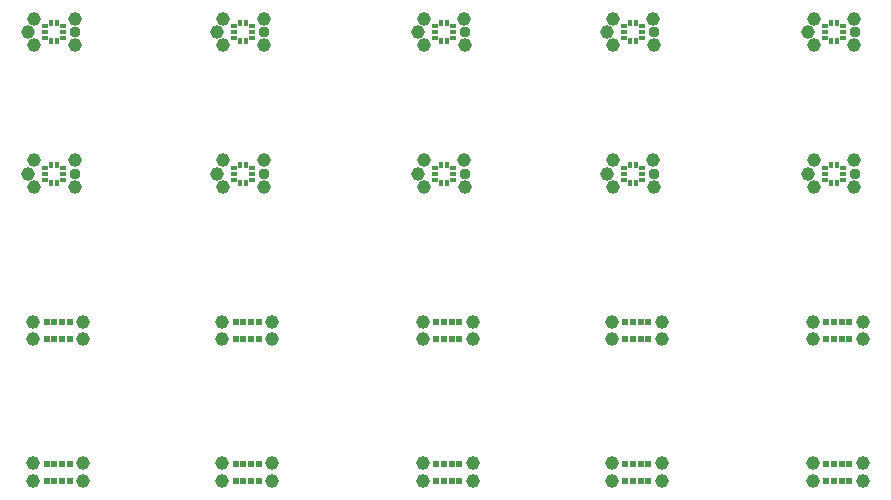
<source format=gts>
G75*
%MOIN*%
%OFA0B0*%
%FSLAX25Y25*%
%IPPOS*%
%LPD*%
%AMOC8*
5,1,8,0,0,1.08239X$1,22.5*
%
%ADD10C,0.04572*%
%ADD11R,0.02375X0.02375*%
%ADD12R,0.01784X0.01883*%
%ADD13R,0.01883X0.01784*%
%ADD14C,0.03778*%
D10*
X0043623Y0044056D03*
X0043623Y0049977D03*
X0060221Y0049977D03*
X0060221Y0044056D03*
X0106615Y0044056D03*
X0106615Y0049977D03*
X0123213Y0049977D03*
X0123213Y0044056D03*
X0173544Y0044056D03*
X0173544Y0049977D03*
X0190143Y0049977D03*
X0190143Y0044056D03*
X0236536Y0044056D03*
X0236536Y0049977D03*
X0253135Y0049977D03*
X0253135Y0044056D03*
X0303465Y0044056D03*
X0303465Y0049977D03*
X0320064Y0049977D03*
X0320064Y0044056D03*
X0320064Y0091300D03*
X0320064Y0097221D03*
X0303465Y0097221D03*
X0303465Y0091300D03*
X0253135Y0091300D03*
X0253135Y0097221D03*
X0236536Y0097221D03*
X0236536Y0091300D03*
X0190143Y0091300D03*
X0190143Y0097221D03*
X0173544Y0097221D03*
X0173544Y0091300D03*
X0123213Y0091300D03*
X0123213Y0097221D03*
X0106615Y0097221D03*
X0106615Y0091300D03*
X0060221Y0091300D03*
X0060221Y0097221D03*
X0043623Y0097221D03*
X0043623Y0091300D03*
X0043820Y0142186D03*
X0041851Y0146576D03*
X0043938Y0151024D03*
X0057402Y0151024D03*
X0057442Y0142206D03*
X0104843Y0146576D03*
X0106812Y0142186D03*
X0106930Y0151024D03*
X0120394Y0151024D03*
X0120434Y0142206D03*
X0171772Y0146576D03*
X0173741Y0142186D03*
X0173859Y0151024D03*
X0187324Y0151024D03*
X0187363Y0142206D03*
X0234765Y0146576D03*
X0236733Y0142186D03*
X0236851Y0151024D03*
X0250316Y0151024D03*
X0250355Y0142206D03*
X0301694Y0146576D03*
X0303662Y0142186D03*
X0317284Y0142206D03*
X0317245Y0151024D03*
X0303780Y0151024D03*
X0303662Y0189430D03*
X0301694Y0193820D03*
X0303780Y0198269D03*
X0317245Y0198269D03*
X0317284Y0189450D03*
X0250355Y0189450D03*
X0250316Y0198269D03*
X0236851Y0198269D03*
X0234765Y0193820D03*
X0236733Y0189430D03*
X0187363Y0189450D03*
X0187324Y0198269D03*
X0173859Y0198269D03*
X0171772Y0193820D03*
X0173741Y0189430D03*
X0120434Y0189450D03*
X0120394Y0198269D03*
X0106930Y0198269D03*
X0104843Y0193820D03*
X0106812Y0189430D03*
X0057442Y0189450D03*
X0057402Y0198269D03*
X0043938Y0198269D03*
X0041851Y0193820D03*
X0043820Y0189430D03*
D11*
X0048052Y0097068D03*
X0050611Y0097068D03*
X0053170Y0097068D03*
X0055729Y0097068D03*
X0055729Y0091359D03*
X0053170Y0091359D03*
X0050611Y0091359D03*
X0048052Y0091359D03*
X0048052Y0049824D03*
X0050611Y0049824D03*
X0053170Y0049824D03*
X0055729Y0049824D03*
X0055729Y0044115D03*
X0053170Y0044115D03*
X0050611Y0044115D03*
X0048052Y0044115D03*
X0111044Y0044115D03*
X0113603Y0044115D03*
X0116162Y0044115D03*
X0118721Y0044115D03*
X0118721Y0049824D03*
X0116162Y0049824D03*
X0113603Y0049824D03*
X0111044Y0049824D03*
X0111044Y0091359D03*
X0113603Y0091359D03*
X0116162Y0091359D03*
X0118721Y0091359D03*
X0118721Y0097068D03*
X0116162Y0097068D03*
X0113603Y0097068D03*
X0111044Y0097068D03*
X0177973Y0097068D03*
X0180532Y0097068D03*
X0183091Y0097068D03*
X0185650Y0097068D03*
X0185650Y0091359D03*
X0183091Y0091359D03*
X0180532Y0091359D03*
X0177973Y0091359D03*
X0177973Y0049824D03*
X0180532Y0049824D03*
X0183091Y0049824D03*
X0185650Y0049824D03*
X0185650Y0044115D03*
X0183091Y0044115D03*
X0180532Y0044115D03*
X0177973Y0044115D03*
X0240965Y0044115D03*
X0243524Y0044115D03*
X0246083Y0044115D03*
X0248643Y0044115D03*
X0248643Y0049824D03*
X0246083Y0049824D03*
X0243524Y0049824D03*
X0240965Y0049824D03*
X0240965Y0091359D03*
X0243524Y0091359D03*
X0246083Y0091359D03*
X0248643Y0091359D03*
X0248643Y0097068D03*
X0246083Y0097068D03*
X0243524Y0097068D03*
X0240965Y0097068D03*
X0307894Y0097068D03*
X0310454Y0097068D03*
X0313013Y0097068D03*
X0315572Y0097068D03*
X0315572Y0091359D03*
X0313013Y0091359D03*
X0310454Y0091359D03*
X0307894Y0091359D03*
X0307894Y0049824D03*
X0310454Y0049824D03*
X0313013Y0049824D03*
X0315572Y0049824D03*
X0315572Y0044115D03*
X0313013Y0044115D03*
X0310454Y0044115D03*
X0307894Y0044115D03*
D12*
X0309371Y0143574D03*
X0311339Y0143574D03*
X0311339Y0149578D03*
X0309371Y0149578D03*
X0309371Y0190818D03*
X0311339Y0190818D03*
X0311339Y0196822D03*
X0309371Y0196822D03*
X0244410Y0196822D03*
X0242442Y0196822D03*
X0242442Y0190818D03*
X0244410Y0190818D03*
X0244410Y0149578D03*
X0242442Y0149578D03*
X0242442Y0143574D03*
X0244410Y0143574D03*
X0181418Y0143574D03*
X0179450Y0143574D03*
X0179450Y0149578D03*
X0181418Y0149578D03*
X0181418Y0190818D03*
X0179450Y0190818D03*
X0179450Y0196822D03*
X0181418Y0196822D03*
X0114489Y0196822D03*
X0112520Y0196822D03*
X0112520Y0190818D03*
X0114489Y0190818D03*
X0114489Y0149578D03*
X0112520Y0149578D03*
X0112520Y0143574D03*
X0114489Y0143574D03*
X0051497Y0143574D03*
X0049528Y0143574D03*
X0049528Y0149578D03*
X0051497Y0149578D03*
X0051497Y0190818D03*
X0049528Y0190818D03*
X0049528Y0196822D03*
X0051497Y0196822D03*
D13*
X0053515Y0195788D03*
X0053515Y0193820D03*
X0053515Y0191851D03*
X0047511Y0191851D03*
X0047511Y0193820D03*
X0047511Y0195788D03*
X0110503Y0195788D03*
X0110503Y0193820D03*
X0110503Y0191851D03*
X0116507Y0191851D03*
X0116507Y0193820D03*
X0116507Y0195788D03*
X0177432Y0195788D03*
X0177432Y0193820D03*
X0177432Y0191851D03*
X0183436Y0191851D03*
X0183436Y0193820D03*
X0183436Y0195788D03*
X0240424Y0195788D03*
X0240424Y0193820D03*
X0240424Y0191851D03*
X0246428Y0191851D03*
X0246428Y0193820D03*
X0246428Y0195788D03*
X0307353Y0195788D03*
X0307353Y0193820D03*
X0307353Y0191851D03*
X0313357Y0191851D03*
X0313357Y0193820D03*
X0313357Y0195788D03*
X0313357Y0148544D03*
X0313357Y0146576D03*
X0313357Y0144607D03*
X0307353Y0144607D03*
X0307353Y0146576D03*
X0307353Y0148544D03*
X0246428Y0148544D03*
X0246428Y0146576D03*
X0246428Y0144607D03*
X0240424Y0144607D03*
X0240424Y0146576D03*
X0240424Y0148544D03*
X0183436Y0148544D03*
X0183436Y0146576D03*
X0183436Y0144607D03*
X0177432Y0144607D03*
X0177432Y0146576D03*
X0177432Y0148544D03*
X0116507Y0148544D03*
X0116507Y0146576D03*
X0116507Y0144607D03*
X0110503Y0144607D03*
X0110503Y0146576D03*
X0110503Y0148544D03*
X0053515Y0148544D03*
X0053515Y0146576D03*
X0053515Y0144607D03*
X0047511Y0144607D03*
X0047511Y0146576D03*
X0047511Y0148544D03*
D14*
X0057599Y0146576D03*
X0120591Y0146576D03*
X0187520Y0146576D03*
X0250513Y0146576D03*
X0317442Y0146576D03*
X0317442Y0193820D03*
X0250513Y0193820D03*
X0187520Y0193820D03*
X0120591Y0193820D03*
X0057599Y0193820D03*
M02*

</source>
